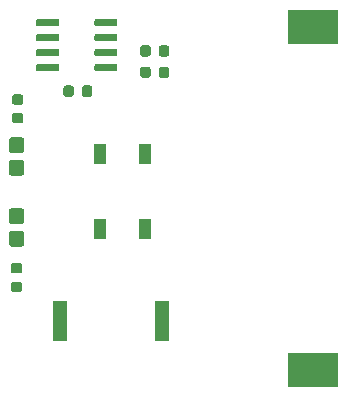
<source format=gbr>
G04 #@! TF.GenerationSoftware,KiCad,Pcbnew,(5.1.4-0-10_14)*
G04 #@! TF.CreationDate,2020-05-18T15:00:38+02:00*
G04 #@! TF.ProjectId,maskmeter,6d61736b-6d65-4746-9572-2e6b69636164,rev?*
G04 #@! TF.SameCoordinates,Original*
G04 #@! TF.FileFunction,Paste,Top*
G04 #@! TF.FilePolarity,Positive*
%FSLAX46Y46*%
G04 Gerber Fmt 4.6, Leading zero omitted, Abs format (unit mm)*
G04 Created by KiCad (PCBNEW (5.1.4-0-10_14)) date 2020-05-18 15:00:38*
%MOMM*%
%LPD*%
G04 APERTURE LIST*
%ADD10R,4.200000X3.000000*%
%ADD11R,1.300000X3.400000*%
%ADD12R,1.000000X1.700000*%
%ADD13C,0.100000*%
%ADD14C,0.875000*%
%ADD15C,1.300000*%
%ADD16C,0.600000*%
G04 APERTURE END LIST*
D10*
X129100000Y-105100000D03*
X129100000Y-76100000D03*
D11*
X116350000Y-101000000D03*
X107650000Y-101000000D03*
D12*
X111100000Y-93150000D03*
X111100000Y-86850000D03*
X114900000Y-93150000D03*
X114900000Y-86850000D03*
D13*
G36*
X110227691Y-81026053D02*
G01*
X110248926Y-81029203D01*
X110269750Y-81034419D01*
X110289962Y-81041651D01*
X110309368Y-81050830D01*
X110327781Y-81061866D01*
X110345024Y-81074654D01*
X110360930Y-81089070D01*
X110375346Y-81104976D01*
X110388134Y-81122219D01*
X110399170Y-81140632D01*
X110408349Y-81160038D01*
X110415581Y-81180250D01*
X110420797Y-81201074D01*
X110423947Y-81222309D01*
X110425000Y-81243750D01*
X110425000Y-81756250D01*
X110423947Y-81777691D01*
X110420797Y-81798926D01*
X110415581Y-81819750D01*
X110408349Y-81839962D01*
X110399170Y-81859368D01*
X110388134Y-81877781D01*
X110375346Y-81895024D01*
X110360930Y-81910930D01*
X110345024Y-81925346D01*
X110327781Y-81938134D01*
X110309368Y-81949170D01*
X110289962Y-81958349D01*
X110269750Y-81965581D01*
X110248926Y-81970797D01*
X110227691Y-81973947D01*
X110206250Y-81975000D01*
X109768750Y-81975000D01*
X109747309Y-81973947D01*
X109726074Y-81970797D01*
X109705250Y-81965581D01*
X109685038Y-81958349D01*
X109665632Y-81949170D01*
X109647219Y-81938134D01*
X109629976Y-81925346D01*
X109614070Y-81910930D01*
X109599654Y-81895024D01*
X109586866Y-81877781D01*
X109575830Y-81859368D01*
X109566651Y-81839962D01*
X109559419Y-81819750D01*
X109554203Y-81798926D01*
X109551053Y-81777691D01*
X109550000Y-81756250D01*
X109550000Y-81243750D01*
X109551053Y-81222309D01*
X109554203Y-81201074D01*
X109559419Y-81180250D01*
X109566651Y-81160038D01*
X109575830Y-81140632D01*
X109586866Y-81122219D01*
X109599654Y-81104976D01*
X109614070Y-81089070D01*
X109629976Y-81074654D01*
X109647219Y-81061866D01*
X109665632Y-81050830D01*
X109685038Y-81041651D01*
X109705250Y-81034419D01*
X109726074Y-81029203D01*
X109747309Y-81026053D01*
X109768750Y-81025000D01*
X110206250Y-81025000D01*
X110227691Y-81026053D01*
X110227691Y-81026053D01*
G37*
D14*
X109987500Y-81500000D03*
D13*
G36*
X108652691Y-81026053D02*
G01*
X108673926Y-81029203D01*
X108694750Y-81034419D01*
X108714962Y-81041651D01*
X108734368Y-81050830D01*
X108752781Y-81061866D01*
X108770024Y-81074654D01*
X108785930Y-81089070D01*
X108800346Y-81104976D01*
X108813134Y-81122219D01*
X108824170Y-81140632D01*
X108833349Y-81160038D01*
X108840581Y-81180250D01*
X108845797Y-81201074D01*
X108848947Y-81222309D01*
X108850000Y-81243750D01*
X108850000Y-81756250D01*
X108848947Y-81777691D01*
X108845797Y-81798926D01*
X108840581Y-81819750D01*
X108833349Y-81839962D01*
X108824170Y-81859368D01*
X108813134Y-81877781D01*
X108800346Y-81895024D01*
X108785930Y-81910930D01*
X108770024Y-81925346D01*
X108752781Y-81938134D01*
X108734368Y-81949170D01*
X108714962Y-81958349D01*
X108694750Y-81965581D01*
X108673926Y-81970797D01*
X108652691Y-81973947D01*
X108631250Y-81975000D01*
X108193750Y-81975000D01*
X108172309Y-81973947D01*
X108151074Y-81970797D01*
X108130250Y-81965581D01*
X108110038Y-81958349D01*
X108090632Y-81949170D01*
X108072219Y-81938134D01*
X108054976Y-81925346D01*
X108039070Y-81910930D01*
X108024654Y-81895024D01*
X108011866Y-81877781D01*
X108000830Y-81859368D01*
X107991651Y-81839962D01*
X107984419Y-81819750D01*
X107979203Y-81798926D01*
X107976053Y-81777691D01*
X107975000Y-81756250D01*
X107975000Y-81243750D01*
X107976053Y-81222309D01*
X107979203Y-81201074D01*
X107984419Y-81180250D01*
X107991651Y-81160038D01*
X108000830Y-81140632D01*
X108011866Y-81122219D01*
X108024654Y-81104976D01*
X108039070Y-81089070D01*
X108054976Y-81074654D01*
X108072219Y-81061866D01*
X108090632Y-81050830D01*
X108110038Y-81041651D01*
X108130250Y-81034419D01*
X108151074Y-81029203D01*
X108172309Y-81026053D01*
X108193750Y-81025000D01*
X108631250Y-81025000D01*
X108652691Y-81026053D01*
X108652691Y-81026053D01*
G37*
D14*
X108412500Y-81500000D03*
D13*
G36*
X104277691Y-97638553D02*
G01*
X104298926Y-97641703D01*
X104319750Y-97646919D01*
X104339962Y-97654151D01*
X104359368Y-97663330D01*
X104377781Y-97674366D01*
X104395024Y-97687154D01*
X104410930Y-97701570D01*
X104425346Y-97717476D01*
X104438134Y-97734719D01*
X104449170Y-97753132D01*
X104458349Y-97772538D01*
X104465581Y-97792750D01*
X104470797Y-97813574D01*
X104473947Y-97834809D01*
X104475000Y-97856250D01*
X104475000Y-98293750D01*
X104473947Y-98315191D01*
X104470797Y-98336426D01*
X104465581Y-98357250D01*
X104458349Y-98377462D01*
X104449170Y-98396868D01*
X104438134Y-98415281D01*
X104425346Y-98432524D01*
X104410930Y-98448430D01*
X104395024Y-98462846D01*
X104377781Y-98475634D01*
X104359368Y-98486670D01*
X104339962Y-98495849D01*
X104319750Y-98503081D01*
X104298926Y-98508297D01*
X104277691Y-98511447D01*
X104256250Y-98512500D01*
X103743750Y-98512500D01*
X103722309Y-98511447D01*
X103701074Y-98508297D01*
X103680250Y-98503081D01*
X103660038Y-98495849D01*
X103640632Y-98486670D01*
X103622219Y-98475634D01*
X103604976Y-98462846D01*
X103589070Y-98448430D01*
X103574654Y-98432524D01*
X103561866Y-98415281D01*
X103550830Y-98396868D01*
X103541651Y-98377462D01*
X103534419Y-98357250D01*
X103529203Y-98336426D01*
X103526053Y-98315191D01*
X103525000Y-98293750D01*
X103525000Y-97856250D01*
X103526053Y-97834809D01*
X103529203Y-97813574D01*
X103534419Y-97792750D01*
X103541651Y-97772538D01*
X103550830Y-97753132D01*
X103561866Y-97734719D01*
X103574654Y-97717476D01*
X103589070Y-97701570D01*
X103604976Y-97687154D01*
X103622219Y-97674366D01*
X103640632Y-97663330D01*
X103660038Y-97654151D01*
X103680250Y-97646919D01*
X103701074Y-97641703D01*
X103722309Y-97638553D01*
X103743750Y-97637500D01*
X104256250Y-97637500D01*
X104277691Y-97638553D01*
X104277691Y-97638553D01*
G37*
D14*
X104000000Y-98075000D03*
D13*
G36*
X104277691Y-96063553D02*
G01*
X104298926Y-96066703D01*
X104319750Y-96071919D01*
X104339962Y-96079151D01*
X104359368Y-96088330D01*
X104377781Y-96099366D01*
X104395024Y-96112154D01*
X104410930Y-96126570D01*
X104425346Y-96142476D01*
X104438134Y-96159719D01*
X104449170Y-96178132D01*
X104458349Y-96197538D01*
X104465581Y-96217750D01*
X104470797Y-96238574D01*
X104473947Y-96259809D01*
X104475000Y-96281250D01*
X104475000Y-96718750D01*
X104473947Y-96740191D01*
X104470797Y-96761426D01*
X104465581Y-96782250D01*
X104458349Y-96802462D01*
X104449170Y-96821868D01*
X104438134Y-96840281D01*
X104425346Y-96857524D01*
X104410930Y-96873430D01*
X104395024Y-96887846D01*
X104377781Y-96900634D01*
X104359368Y-96911670D01*
X104339962Y-96920849D01*
X104319750Y-96928081D01*
X104298926Y-96933297D01*
X104277691Y-96936447D01*
X104256250Y-96937500D01*
X103743750Y-96937500D01*
X103722309Y-96936447D01*
X103701074Y-96933297D01*
X103680250Y-96928081D01*
X103660038Y-96920849D01*
X103640632Y-96911670D01*
X103622219Y-96900634D01*
X103604976Y-96887846D01*
X103589070Y-96873430D01*
X103574654Y-96857524D01*
X103561866Y-96840281D01*
X103550830Y-96821868D01*
X103541651Y-96802462D01*
X103534419Y-96782250D01*
X103529203Y-96761426D01*
X103526053Y-96740191D01*
X103525000Y-96718750D01*
X103525000Y-96281250D01*
X103526053Y-96259809D01*
X103529203Y-96238574D01*
X103534419Y-96217750D01*
X103541651Y-96197538D01*
X103550830Y-96178132D01*
X103561866Y-96159719D01*
X103574654Y-96142476D01*
X103589070Y-96126570D01*
X103604976Y-96112154D01*
X103622219Y-96099366D01*
X103640632Y-96088330D01*
X103660038Y-96079151D01*
X103680250Y-96071919D01*
X103701074Y-96066703D01*
X103722309Y-96063553D01*
X103743750Y-96062500D01*
X104256250Y-96062500D01*
X104277691Y-96063553D01*
X104277691Y-96063553D01*
G37*
D14*
X104000000Y-96500000D03*
D13*
G36*
X104377691Y-81776053D02*
G01*
X104398926Y-81779203D01*
X104419750Y-81784419D01*
X104439962Y-81791651D01*
X104459368Y-81800830D01*
X104477781Y-81811866D01*
X104495024Y-81824654D01*
X104510930Y-81839070D01*
X104525346Y-81854976D01*
X104538134Y-81872219D01*
X104549170Y-81890632D01*
X104558349Y-81910038D01*
X104565581Y-81930250D01*
X104570797Y-81951074D01*
X104573947Y-81972309D01*
X104575000Y-81993750D01*
X104575000Y-82431250D01*
X104573947Y-82452691D01*
X104570797Y-82473926D01*
X104565581Y-82494750D01*
X104558349Y-82514962D01*
X104549170Y-82534368D01*
X104538134Y-82552781D01*
X104525346Y-82570024D01*
X104510930Y-82585930D01*
X104495024Y-82600346D01*
X104477781Y-82613134D01*
X104459368Y-82624170D01*
X104439962Y-82633349D01*
X104419750Y-82640581D01*
X104398926Y-82645797D01*
X104377691Y-82648947D01*
X104356250Y-82650000D01*
X103843750Y-82650000D01*
X103822309Y-82648947D01*
X103801074Y-82645797D01*
X103780250Y-82640581D01*
X103760038Y-82633349D01*
X103740632Y-82624170D01*
X103722219Y-82613134D01*
X103704976Y-82600346D01*
X103689070Y-82585930D01*
X103674654Y-82570024D01*
X103661866Y-82552781D01*
X103650830Y-82534368D01*
X103641651Y-82514962D01*
X103634419Y-82494750D01*
X103629203Y-82473926D01*
X103626053Y-82452691D01*
X103625000Y-82431250D01*
X103625000Y-81993750D01*
X103626053Y-81972309D01*
X103629203Y-81951074D01*
X103634419Y-81930250D01*
X103641651Y-81910038D01*
X103650830Y-81890632D01*
X103661866Y-81872219D01*
X103674654Y-81854976D01*
X103689070Y-81839070D01*
X103704976Y-81824654D01*
X103722219Y-81811866D01*
X103740632Y-81800830D01*
X103760038Y-81791651D01*
X103780250Y-81784419D01*
X103801074Y-81779203D01*
X103822309Y-81776053D01*
X103843750Y-81775000D01*
X104356250Y-81775000D01*
X104377691Y-81776053D01*
X104377691Y-81776053D01*
G37*
D14*
X104100000Y-82212500D03*
D13*
G36*
X104377691Y-83351053D02*
G01*
X104398926Y-83354203D01*
X104419750Y-83359419D01*
X104439962Y-83366651D01*
X104459368Y-83375830D01*
X104477781Y-83386866D01*
X104495024Y-83399654D01*
X104510930Y-83414070D01*
X104525346Y-83429976D01*
X104538134Y-83447219D01*
X104549170Y-83465632D01*
X104558349Y-83485038D01*
X104565581Y-83505250D01*
X104570797Y-83526074D01*
X104573947Y-83547309D01*
X104575000Y-83568750D01*
X104575000Y-84006250D01*
X104573947Y-84027691D01*
X104570797Y-84048926D01*
X104565581Y-84069750D01*
X104558349Y-84089962D01*
X104549170Y-84109368D01*
X104538134Y-84127781D01*
X104525346Y-84145024D01*
X104510930Y-84160930D01*
X104495024Y-84175346D01*
X104477781Y-84188134D01*
X104459368Y-84199170D01*
X104439962Y-84208349D01*
X104419750Y-84215581D01*
X104398926Y-84220797D01*
X104377691Y-84223947D01*
X104356250Y-84225000D01*
X103843750Y-84225000D01*
X103822309Y-84223947D01*
X103801074Y-84220797D01*
X103780250Y-84215581D01*
X103760038Y-84208349D01*
X103740632Y-84199170D01*
X103722219Y-84188134D01*
X103704976Y-84175346D01*
X103689070Y-84160930D01*
X103674654Y-84145024D01*
X103661866Y-84127781D01*
X103650830Y-84109368D01*
X103641651Y-84089962D01*
X103634419Y-84069750D01*
X103629203Y-84048926D01*
X103626053Y-84027691D01*
X103625000Y-84006250D01*
X103625000Y-83568750D01*
X103626053Y-83547309D01*
X103629203Y-83526074D01*
X103634419Y-83505250D01*
X103641651Y-83485038D01*
X103650830Y-83465632D01*
X103661866Y-83447219D01*
X103674654Y-83429976D01*
X103689070Y-83414070D01*
X103704976Y-83399654D01*
X103722219Y-83386866D01*
X103740632Y-83375830D01*
X103760038Y-83366651D01*
X103780250Y-83359419D01*
X103801074Y-83354203D01*
X103822309Y-83351053D01*
X103843750Y-83350000D01*
X104356250Y-83350000D01*
X104377691Y-83351053D01*
X104377691Y-83351053D01*
G37*
D14*
X104100000Y-83787500D03*
D13*
G36*
X104424504Y-93338704D02*
G01*
X104448773Y-93342304D01*
X104472571Y-93348265D01*
X104495671Y-93356530D01*
X104517849Y-93367020D01*
X104538893Y-93379633D01*
X104558598Y-93394247D01*
X104576777Y-93410723D01*
X104593253Y-93428902D01*
X104607867Y-93448607D01*
X104620480Y-93469651D01*
X104630970Y-93491829D01*
X104639235Y-93514929D01*
X104645196Y-93538727D01*
X104648796Y-93562996D01*
X104650000Y-93587500D01*
X104650000Y-94412500D01*
X104648796Y-94437004D01*
X104645196Y-94461273D01*
X104639235Y-94485071D01*
X104630970Y-94508171D01*
X104620480Y-94530349D01*
X104607867Y-94551393D01*
X104593253Y-94571098D01*
X104576777Y-94589277D01*
X104558598Y-94605753D01*
X104538893Y-94620367D01*
X104517849Y-94632980D01*
X104495671Y-94643470D01*
X104472571Y-94651735D01*
X104448773Y-94657696D01*
X104424504Y-94661296D01*
X104400000Y-94662500D01*
X103600000Y-94662500D01*
X103575496Y-94661296D01*
X103551227Y-94657696D01*
X103527429Y-94651735D01*
X103504329Y-94643470D01*
X103482151Y-94632980D01*
X103461107Y-94620367D01*
X103441402Y-94605753D01*
X103423223Y-94589277D01*
X103406747Y-94571098D01*
X103392133Y-94551393D01*
X103379520Y-94530349D01*
X103369030Y-94508171D01*
X103360765Y-94485071D01*
X103354804Y-94461273D01*
X103351204Y-94437004D01*
X103350000Y-94412500D01*
X103350000Y-93587500D01*
X103351204Y-93562996D01*
X103354804Y-93538727D01*
X103360765Y-93514929D01*
X103369030Y-93491829D01*
X103379520Y-93469651D01*
X103392133Y-93448607D01*
X103406747Y-93428902D01*
X103423223Y-93410723D01*
X103441402Y-93394247D01*
X103461107Y-93379633D01*
X103482151Y-93367020D01*
X103504329Y-93356530D01*
X103527429Y-93348265D01*
X103551227Y-93342304D01*
X103575496Y-93338704D01*
X103600000Y-93337500D01*
X104400000Y-93337500D01*
X104424504Y-93338704D01*
X104424504Y-93338704D01*
G37*
D15*
X104000000Y-94000000D03*
D13*
G36*
X104424504Y-91413704D02*
G01*
X104448773Y-91417304D01*
X104472571Y-91423265D01*
X104495671Y-91431530D01*
X104517849Y-91442020D01*
X104538893Y-91454633D01*
X104558598Y-91469247D01*
X104576777Y-91485723D01*
X104593253Y-91503902D01*
X104607867Y-91523607D01*
X104620480Y-91544651D01*
X104630970Y-91566829D01*
X104639235Y-91589929D01*
X104645196Y-91613727D01*
X104648796Y-91637996D01*
X104650000Y-91662500D01*
X104650000Y-92487500D01*
X104648796Y-92512004D01*
X104645196Y-92536273D01*
X104639235Y-92560071D01*
X104630970Y-92583171D01*
X104620480Y-92605349D01*
X104607867Y-92626393D01*
X104593253Y-92646098D01*
X104576777Y-92664277D01*
X104558598Y-92680753D01*
X104538893Y-92695367D01*
X104517849Y-92707980D01*
X104495671Y-92718470D01*
X104472571Y-92726735D01*
X104448773Y-92732696D01*
X104424504Y-92736296D01*
X104400000Y-92737500D01*
X103600000Y-92737500D01*
X103575496Y-92736296D01*
X103551227Y-92732696D01*
X103527429Y-92726735D01*
X103504329Y-92718470D01*
X103482151Y-92707980D01*
X103461107Y-92695367D01*
X103441402Y-92680753D01*
X103423223Y-92664277D01*
X103406747Y-92646098D01*
X103392133Y-92626393D01*
X103379520Y-92605349D01*
X103369030Y-92583171D01*
X103360765Y-92560071D01*
X103354804Y-92536273D01*
X103351204Y-92512004D01*
X103350000Y-92487500D01*
X103350000Y-91662500D01*
X103351204Y-91637996D01*
X103354804Y-91613727D01*
X103360765Y-91589929D01*
X103369030Y-91566829D01*
X103379520Y-91544651D01*
X103392133Y-91523607D01*
X103406747Y-91503902D01*
X103423223Y-91485723D01*
X103441402Y-91469247D01*
X103461107Y-91454633D01*
X103482151Y-91442020D01*
X103504329Y-91431530D01*
X103527429Y-91423265D01*
X103551227Y-91417304D01*
X103575496Y-91413704D01*
X103600000Y-91412500D01*
X104400000Y-91412500D01*
X104424504Y-91413704D01*
X104424504Y-91413704D01*
G37*
D15*
X104000000Y-92075000D03*
D13*
G36*
X104424504Y-87338704D02*
G01*
X104448773Y-87342304D01*
X104472571Y-87348265D01*
X104495671Y-87356530D01*
X104517849Y-87367020D01*
X104538893Y-87379633D01*
X104558598Y-87394247D01*
X104576777Y-87410723D01*
X104593253Y-87428902D01*
X104607867Y-87448607D01*
X104620480Y-87469651D01*
X104630970Y-87491829D01*
X104639235Y-87514929D01*
X104645196Y-87538727D01*
X104648796Y-87562996D01*
X104650000Y-87587500D01*
X104650000Y-88412500D01*
X104648796Y-88437004D01*
X104645196Y-88461273D01*
X104639235Y-88485071D01*
X104630970Y-88508171D01*
X104620480Y-88530349D01*
X104607867Y-88551393D01*
X104593253Y-88571098D01*
X104576777Y-88589277D01*
X104558598Y-88605753D01*
X104538893Y-88620367D01*
X104517849Y-88632980D01*
X104495671Y-88643470D01*
X104472571Y-88651735D01*
X104448773Y-88657696D01*
X104424504Y-88661296D01*
X104400000Y-88662500D01*
X103600000Y-88662500D01*
X103575496Y-88661296D01*
X103551227Y-88657696D01*
X103527429Y-88651735D01*
X103504329Y-88643470D01*
X103482151Y-88632980D01*
X103461107Y-88620367D01*
X103441402Y-88605753D01*
X103423223Y-88589277D01*
X103406747Y-88571098D01*
X103392133Y-88551393D01*
X103379520Y-88530349D01*
X103369030Y-88508171D01*
X103360765Y-88485071D01*
X103354804Y-88461273D01*
X103351204Y-88437004D01*
X103350000Y-88412500D01*
X103350000Y-87587500D01*
X103351204Y-87562996D01*
X103354804Y-87538727D01*
X103360765Y-87514929D01*
X103369030Y-87491829D01*
X103379520Y-87469651D01*
X103392133Y-87448607D01*
X103406747Y-87428902D01*
X103423223Y-87410723D01*
X103441402Y-87394247D01*
X103461107Y-87379633D01*
X103482151Y-87367020D01*
X103504329Y-87356530D01*
X103527429Y-87348265D01*
X103551227Y-87342304D01*
X103575496Y-87338704D01*
X103600000Y-87337500D01*
X104400000Y-87337500D01*
X104424504Y-87338704D01*
X104424504Y-87338704D01*
G37*
D15*
X104000000Y-88000000D03*
D13*
G36*
X104424504Y-85413704D02*
G01*
X104448773Y-85417304D01*
X104472571Y-85423265D01*
X104495671Y-85431530D01*
X104517849Y-85442020D01*
X104538893Y-85454633D01*
X104558598Y-85469247D01*
X104576777Y-85485723D01*
X104593253Y-85503902D01*
X104607867Y-85523607D01*
X104620480Y-85544651D01*
X104630970Y-85566829D01*
X104639235Y-85589929D01*
X104645196Y-85613727D01*
X104648796Y-85637996D01*
X104650000Y-85662500D01*
X104650000Y-86487500D01*
X104648796Y-86512004D01*
X104645196Y-86536273D01*
X104639235Y-86560071D01*
X104630970Y-86583171D01*
X104620480Y-86605349D01*
X104607867Y-86626393D01*
X104593253Y-86646098D01*
X104576777Y-86664277D01*
X104558598Y-86680753D01*
X104538893Y-86695367D01*
X104517849Y-86707980D01*
X104495671Y-86718470D01*
X104472571Y-86726735D01*
X104448773Y-86732696D01*
X104424504Y-86736296D01*
X104400000Y-86737500D01*
X103600000Y-86737500D01*
X103575496Y-86736296D01*
X103551227Y-86732696D01*
X103527429Y-86726735D01*
X103504329Y-86718470D01*
X103482151Y-86707980D01*
X103461107Y-86695367D01*
X103441402Y-86680753D01*
X103423223Y-86664277D01*
X103406747Y-86646098D01*
X103392133Y-86626393D01*
X103379520Y-86605349D01*
X103369030Y-86583171D01*
X103360765Y-86560071D01*
X103354804Y-86536273D01*
X103351204Y-86512004D01*
X103350000Y-86487500D01*
X103350000Y-85662500D01*
X103351204Y-85637996D01*
X103354804Y-85613727D01*
X103360765Y-85589929D01*
X103369030Y-85566829D01*
X103379520Y-85544651D01*
X103392133Y-85523607D01*
X103406747Y-85503902D01*
X103423223Y-85485723D01*
X103441402Y-85469247D01*
X103461107Y-85454633D01*
X103482151Y-85442020D01*
X103504329Y-85431530D01*
X103527429Y-85423265D01*
X103551227Y-85417304D01*
X103575496Y-85413704D01*
X103600000Y-85412500D01*
X104400000Y-85412500D01*
X104424504Y-85413704D01*
X104424504Y-85413704D01*
G37*
D15*
X104000000Y-86075000D03*
D13*
G36*
X116727691Y-79426053D02*
G01*
X116748926Y-79429203D01*
X116769750Y-79434419D01*
X116789962Y-79441651D01*
X116809368Y-79450830D01*
X116827781Y-79461866D01*
X116845024Y-79474654D01*
X116860930Y-79489070D01*
X116875346Y-79504976D01*
X116888134Y-79522219D01*
X116899170Y-79540632D01*
X116908349Y-79560038D01*
X116915581Y-79580250D01*
X116920797Y-79601074D01*
X116923947Y-79622309D01*
X116925000Y-79643750D01*
X116925000Y-80156250D01*
X116923947Y-80177691D01*
X116920797Y-80198926D01*
X116915581Y-80219750D01*
X116908349Y-80239962D01*
X116899170Y-80259368D01*
X116888134Y-80277781D01*
X116875346Y-80295024D01*
X116860930Y-80310930D01*
X116845024Y-80325346D01*
X116827781Y-80338134D01*
X116809368Y-80349170D01*
X116789962Y-80358349D01*
X116769750Y-80365581D01*
X116748926Y-80370797D01*
X116727691Y-80373947D01*
X116706250Y-80375000D01*
X116268750Y-80375000D01*
X116247309Y-80373947D01*
X116226074Y-80370797D01*
X116205250Y-80365581D01*
X116185038Y-80358349D01*
X116165632Y-80349170D01*
X116147219Y-80338134D01*
X116129976Y-80325346D01*
X116114070Y-80310930D01*
X116099654Y-80295024D01*
X116086866Y-80277781D01*
X116075830Y-80259368D01*
X116066651Y-80239962D01*
X116059419Y-80219750D01*
X116054203Y-80198926D01*
X116051053Y-80177691D01*
X116050000Y-80156250D01*
X116050000Y-79643750D01*
X116051053Y-79622309D01*
X116054203Y-79601074D01*
X116059419Y-79580250D01*
X116066651Y-79560038D01*
X116075830Y-79540632D01*
X116086866Y-79522219D01*
X116099654Y-79504976D01*
X116114070Y-79489070D01*
X116129976Y-79474654D01*
X116147219Y-79461866D01*
X116165632Y-79450830D01*
X116185038Y-79441651D01*
X116205250Y-79434419D01*
X116226074Y-79429203D01*
X116247309Y-79426053D01*
X116268750Y-79425000D01*
X116706250Y-79425000D01*
X116727691Y-79426053D01*
X116727691Y-79426053D01*
G37*
D14*
X116487500Y-79900000D03*
D13*
G36*
X115152691Y-79426053D02*
G01*
X115173926Y-79429203D01*
X115194750Y-79434419D01*
X115214962Y-79441651D01*
X115234368Y-79450830D01*
X115252781Y-79461866D01*
X115270024Y-79474654D01*
X115285930Y-79489070D01*
X115300346Y-79504976D01*
X115313134Y-79522219D01*
X115324170Y-79540632D01*
X115333349Y-79560038D01*
X115340581Y-79580250D01*
X115345797Y-79601074D01*
X115348947Y-79622309D01*
X115350000Y-79643750D01*
X115350000Y-80156250D01*
X115348947Y-80177691D01*
X115345797Y-80198926D01*
X115340581Y-80219750D01*
X115333349Y-80239962D01*
X115324170Y-80259368D01*
X115313134Y-80277781D01*
X115300346Y-80295024D01*
X115285930Y-80310930D01*
X115270024Y-80325346D01*
X115252781Y-80338134D01*
X115234368Y-80349170D01*
X115214962Y-80358349D01*
X115194750Y-80365581D01*
X115173926Y-80370797D01*
X115152691Y-80373947D01*
X115131250Y-80375000D01*
X114693750Y-80375000D01*
X114672309Y-80373947D01*
X114651074Y-80370797D01*
X114630250Y-80365581D01*
X114610038Y-80358349D01*
X114590632Y-80349170D01*
X114572219Y-80338134D01*
X114554976Y-80325346D01*
X114539070Y-80310930D01*
X114524654Y-80295024D01*
X114511866Y-80277781D01*
X114500830Y-80259368D01*
X114491651Y-80239962D01*
X114484419Y-80219750D01*
X114479203Y-80198926D01*
X114476053Y-80177691D01*
X114475000Y-80156250D01*
X114475000Y-79643750D01*
X114476053Y-79622309D01*
X114479203Y-79601074D01*
X114484419Y-79580250D01*
X114491651Y-79560038D01*
X114500830Y-79540632D01*
X114511866Y-79522219D01*
X114524654Y-79504976D01*
X114539070Y-79489070D01*
X114554976Y-79474654D01*
X114572219Y-79461866D01*
X114590632Y-79450830D01*
X114610038Y-79441651D01*
X114630250Y-79434419D01*
X114651074Y-79429203D01*
X114672309Y-79426053D01*
X114693750Y-79425000D01*
X115131250Y-79425000D01*
X115152691Y-79426053D01*
X115152691Y-79426053D01*
G37*
D14*
X114912500Y-79900000D03*
D13*
G36*
X115152691Y-77626053D02*
G01*
X115173926Y-77629203D01*
X115194750Y-77634419D01*
X115214962Y-77641651D01*
X115234368Y-77650830D01*
X115252781Y-77661866D01*
X115270024Y-77674654D01*
X115285930Y-77689070D01*
X115300346Y-77704976D01*
X115313134Y-77722219D01*
X115324170Y-77740632D01*
X115333349Y-77760038D01*
X115340581Y-77780250D01*
X115345797Y-77801074D01*
X115348947Y-77822309D01*
X115350000Y-77843750D01*
X115350000Y-78356250D01*
X115348947Y-78377691D01*
X115345797Y-78398926D01*
X115340581Y-78419750D01*
X115333349Y-78439962D01*
X115324170Y-78459368D01*
X115313134Y-78477781D01*
X115300346Y-78495024D01*
X115285930Y-78510930D01*
X115270024Y-78525346D01*
X115252781Y-78538134D01*
X115234368Y-78549170D01*
X115214962Y-78558349D01*
X115194750Y-78565581D01*
X115173926Y-78570797D01*
X115152691Y-78573947D01*
X115131250Y-78575000D01*
X114693750Y-78575000D01*
X114672309Y-78573947D01*
X114651074Y-78570797D01*
X114630250Y-78565581D01*
X114610038Y-78558349D01*
X114590632Y-78549170D01*
X114572219Y-78538134D01*
X114554976Y-78525346D01*
X114539070Y-78510930D01*
X114524654Y-78495024D01*
X114511866Y-78477781D01*
X114500830Y-78459368D01*
X114491651Y-78439962D01*
X114484419Y-78419750D01*
X114479203Y-78398926D01*
X114476053Y-78377691D01*
X114475000Y-78356250D01*
X114475000Y-77843750D01*
X114476053Y-77822309D01*
X114479203Y-77801074D01*
X114484419Y-77780250D01*
X114491651Y-77760038D01*
X114500830Y-77740632D01*
X114511866Y-77722219D01*
X114524654Y-77704976D01*
X114539070Y-77689070D01*
X114554976Y-77674654D01*
X114572219Y-77661866D01*
X114590632Y-77650830D01*
X114610038Y-77641651D01*
X114630250Y-77634419D01*
X114651074Y-77629203D01*
X114672309Y-77626053D01*
X114693750Y-77625000D01*
X115131250Y-77625000D01*
X115152691Y-77626053D01*
X115152691Y-77626053D01*
G37*
D14*
X114912500Y-78100000D03*
D13*
G36*
X116727691Y-77626053D02*
G01*
X116748926Y-77629203D01*
X116769750Y-77634419D01*
X116789962Y-77641651D01*
X116809368Y-77650830D01*
X116827781Y-77661866D01*
X116845024Y-77674654D01*
X116860930Y-77689070D01*
X116875346Y-77704976D01*
X116888134Y-77722219D01*
X116899170Y-77740632D01*
X116908349Y-77760038D01*
X116915581Y-77780250D01*
X116920797Y-77801074D01*
X116923947Y-77822309D01*
X116925000Y-77843750D01*
X116925000Y-78356250D01*
X116923947Y-78377691D01*
X116920797Y-78398926D01*
X116915581Y-78419750D01*
X116908349Y-78439962D01*
X116899170Y-78459368D01*
X116888134Y-78477781D01*
X116875346Y-78495024D01*
X116860930Y-78510930D01*
X116845024Y-78525346D01*
X116827781Y-78538134D01*
X116809368Y-78549170D01*
X116789962Y-78558349D01*
X116769750Y-78565581D01*
X116748926Y-78570797D01*
X116727691Y-78573947D01*
X116706250Y-78575000D01*
X116268750Y-78575000D01*
X116247309Y-78573947D01*
X116226074Y-78570797D01*
X116205250Y-78565581D01*
X116185038Y-78558349D01*
X116165632Y-78549170D01*
X116147219Y-78538134D01*
X116129976Y-78525346D01*
X116114070Y-78510930D01*
X116099654Y-78495024D01*
X116086866Y-78477781D01*
X116075830Y-78459368D01*
X116066651Y-78439962D01*
X116059419Y-78419750D01*
X116054203Y-78398926D01*
X116051053Y-78377691D01*
X116050000Y-78356250D01*
X116050000Y-77843750D01*
X116051053Y-77822309D01*
X116054203Y-77801074D01*
X116059419Y-77780250D01*
X116066651Y-77760038D01*
X116075830Y-77740632D01*
X116086866Y-77722219D01*
X116099654Y-77704976D01*
X116114070Y-77689070D01*
X116129976Y-77674654D01*
X116147219Y-77661866D01*
X116165632Y-77650830D01*
X116185038Y-77641651D01*
X116205250Y-77634419D01*
X116226074Y-77629203D01*
X116247309Y-77626053D01*
X116268750Y-77625000D01*
X116706250Y-77625000D01*
X116727691Y-77626053D01*
X116727691Y-77626053D01*
G37*
D14*
X116487500Y-78100000D03*
D13*
G36*
X112414703Y-75395722D02*
G01*
X112429264Y-75397882D01*
X112443543Y-75401459D01*
X112457403Y-75406418D01*
X112470710Y-75412712D01*
X112483336Y-75420280D01*
X112495159Y-75429048D01*
X112506066Y-75438934D01*
X112515952Y-75449841D01*
X112524720Y-75461664D01*
X112532288Y-75474290D01*
X112538582Y-75487597D01*
X112543541Y-75501457D01*
X112547118Y-75515736D01*
X112549278Y-75530297D01*
X112550000Y-75545000D01*
X112550000Y-75845000D01*
X112549278Y-75859703D01*
X112547118Y-75874264D01*
X112543541Y-75888543D01*
X112538582Y-75902403D01*
X112532288Y-75915710D01*
X112524720Y-75928336D01*
X112515952Y-75940159D01*
X112506066Y-75951066D01*
X112495159Y-75960952D01*
X112483336Y-75969720D01*
X112470710Y-75977288D01*
X112457403Y-75983582D01*
X112443543Y-75988541D01*
X112429264Y-75992118D01*
X112414703Y-75994278D01*
X112400000Y-75995000D01*
X110750000Y-75995000D01*
X110735297Y-75994278D01*
X110720736Y-75992118D01*
X110706457Y-75988541D01*
X110692597Y-75983582D01*
X110679290Y-75977288D01*
X110666664Y-75969720D01*
X110654841Y-75960952D01*
X110643934Y-75951066D01*
X110634048Y-75940159D01*
X110625280Y-75928336D01*
X110617712Y-75915710D01*
X110611418Y-75902403D01*
X110606459Y-75888543D01*
X110602882Y-75874264D01*
X110600722Y-75859703D01*
X110600000Y-75845000D01*
X110600000Y-75545000D01*
X110600722Y-75530297D01*
X110602882Y-75515736D01*
X110606459Y-75501457D01*
X110611418Y-75487597D01*
X110617712Y-75474290D01*
X110625280Y-75461664D01*
X110634048Y-75449841D01*
X110643934Y-75438934D01*
X110654841Y-75429048D01*
X110666664Y-75420280D01*
X110679290Y-75412712D01*
X110692597Y-75406418D01*
X110706457Y-75401459D01*
X110720736Y-75397882D01*
X110735297Y-75395722D01*
X110750000Y-75395000D01*
X112400000Y-75395000D01*
X112414703Y-75395722D01*
X112414703Y-75395722D01*
G37*
D16*
X111575000Y-75695000D03*
D13*
G36*
X112414703Y-76665722D02*
G01*
X112429264Y-76667882D01*
X112443543Y-76671459D01*
X112457403Y-76676418D01*
X112470710Y-76682712D01*
X112483336Y-76690280D01*
X112495159Y-76699048D01*
X112506066Y-76708934D01*
X112515952Y-76719841D01*
X112524720Y-76731664D01*
X112532288Y-76744290D01*
X112538582Y-76757597D01*
X112543541Y-76771457D01*
X112547118Y-76785736D01*
X112549278Y-76800297D01*
X112550000Y-76815000D01*
X112550000Y-77115000D01*
X112549278Y-77129703D01*
X112547118Y-77144264D01*
X112543541Y-77158543D01*
X112538582Y-77172403D01*
X112532288Y-77185710D01*
X112524720Y-77198336D01*
X112515952Y-77210159D01*
X112506066Y-77221066D01*
X112495159Y-77230952D01*
X112483336Y-77239720D01*
X112470710Y-77247288D01*
X112457403Y-77253582D01*
X112443543Y-77258541D01*
X112429264Y-77262118D01*
X112414703Y-77264278D01*
X112400000Y-77265000D01*
X110750000Y-77265000D01*
X110735297Y-77264278D01*
X110720736Y-77262118D01*
X110706457Y-77258541D01*
X110692597Y-77253582D01*
X110679290Y-77247288D01*
X110666664Y-77239720D01*
X110654841Y-77230952D01*
X110643934Y-77221066D01*
X110634048Y-77210159D01*
X110625280Y-77198336D01*
X110617712Y-77185710D01*
X110611418Y-77172403D01*
X110606459Y-77158543D01*
X110602882Y-77144264D01*
X110600722Y-77129703D01*
X110600000Y-77115000D01*
X110600000Y-76815000D01*
X110600722Y-76800297D01*
X110602882Y-76785736D01*
X110606459Y-76771457D01*
X110611418Y-76757597D01*
X110617712Y-76744290D01*
X110625280Y-76731664D01*
X110634048Y-76719841D01*
X110643934Y-76708934D01*
X110654841Y-76699048D01*
X110666664Y-76690280D01*
X110679290Y-76682712D01*
X110692597Y-76676418D01*
X110706457Y-76671459D01*
X110720736Y-76667882D01*
X110735297Y-76665722D01*
X110750000Y-76665000D01*
X112400000Y-76665000D01*
X112414703Y-76665722D01*
X112414703Y-76665722D01*
G37*
D16*
X111575000Y-76965000D03*
D13*
G36*
X112414703Y-77935722D02*
G01*
X112429264Y-77937882D01*
X112443543Y-77941459D01*
X112457403Y-77946418D01*
X112470710Y-77952712D01*
X112483336Y-77960280D01*
X112495159Y-77969048D01*
X112506066Y-77978934D01*
X112515952Y-77989841D01*
X112524720Y-78001664D01*
X112532288Y-78014290D01*
X112538582Y-78027597D01*
X112543541Y-78041457D01*
X112547118Y-78055736D01*
X112549278Y-78070297D01*
X112550000Y-78085000D01*
X112550000Y-78385000D01*
X112549278Y-78399703D01*
X112547118Y-78414264D01*
X112543541Y-78428543D01*
X112538582Y-78442403D01*
X112532288Y-78455710D01*
X112524720Y-78468336D01*
X112515952Y-78480159D01*
X112506066Y-78491066D01*
X112495159Y-78500952D01*
X112483336Y-78509720D01*
X112470710Y-78517288D01*
X112457403Y-78523582D01*
X112443543Y-78528541D01*
X112429264Y-78532118D01*
X112414703Y-78534278D01*
X112400000Y-78535000D01*
X110750000Y-78535000D01*
X110735297Y-78534278D01*
X110720736Y-78532118D01*
X110706457Y-78528541D01*
X110692597Y-78523582D01*
X110679290Y-78517288D01*
X110666664Y-78509720D01*
X110654841Y-78500952D01*
X110643934Y-78491066D01*
X110634048Y-78480159D01*
X110625280Y-78468336D01*
X110617712Y-78455710D01*
X110611418Y-78442403D01*
X110606459Y-78428543D01*
X110602882Y-78414264D01*
X110600722Y-78399703D01*
X110600000Y-78385000D01*
X110600000Y-78085000D01*
X110600722Y-78070297D01*
X110602882Y-78055736D01*
X110606459Y-78041457D01*
X110611418Y-78027597D01*
X110617712Y-78014290D01*
X110625280Y-78001664D01*
X110634048Y-77989841D01*
X110643934Y-77978934D01*
X110654841Y-77969048D01*
X110666664Y-77960280D01*
X110679290Y-77952712D01*
X110692597Y-77946418D01*
X110706457Y-77941459D01*
X110720736Y-77937882D01*
X110735297Y-77935722D01*
X110750000Y-77935000D01*
X112400000Y-77935000D01*
X112414703Y-77935722D01*
X112414703Y-77935722D01*
G37*
D16*
X111575000Y-78235000D03*
D13*
G36*
X112414703Y-79205722D02*
G01*
X112429264Y-79207882D01*
X112443543Y-79211459D01*
X112457403Y-79216418D01*
X112470710Y-79222712D01*
X112483336Y-79230280D01*
X112495159Y-79239048D01*
X112506066Y-79248934D01*
X112515952Y-79259841D01*
X112524720Y-79271664D01*
X112532288Y-79284290D01*
X112538582Y-79297597D01*
X112543541Y-79311457D01*
X112547118Y-79325736D01*
X112549278Y-79340297D01*
X112550000Y-79355000D01*
X112550000Y-79655000D01*
X112549278Y-79669703D01*
X112547118Y-79684264D01*
X112543541Y-79698543D01*
X112538582Y-79712403D01*
X112532288Y-79725710D01*
X112524720Y-79738336D01*
X112515952Y-79750159D01*
X112506066Y-79761066D01*
X112495159Y-79770952D01*
X112483336Y-79779720D01*
X112470710Y-79787288D01*
X112457403Y-79793582D01*
X112443543Y-79798541D01*
X112429264Y-79802118D01*
X112414703Y-79804278D01*
X112400000Y-79805000D01*
X110750000Y-79805000D01*
X110735297Y-79804278D01*
X110720736Y-79802118D01*
X110706457Y-79798541D01*
X110692597Y-79793582D01*
X110679290Y-79787288D01*
X110666664Y-79779720D01*
X110654841Y-79770952D01*
X110643934Y-79761066D01*
X110634048Y-79750159D01*
X110625280Y-79738336D01*
X110617712Y-79725710D01*
X110611418Y-79712403D01*
X110606459Y-79698543D01*
X110602882Y-79684264D01*
X110600722Y-79669703D01*
X110600000Y-79655000D01*
X110600000Y-79355000D01*
X110600722Y-79340297D01*
X110602882Y-79325736D01*
X110606459Y-79311457D01*
X110611418Y-79297597D01*
X110617712Y-79284290D01*
X110625280Y-79271664D01*
X110634048Y-79259841D01*
X110643934Y-79248934D01*
X110654841Y-79239048D01*
X110666664Y-79230280D01*
X110679290Y-79222712D01*
X110692597Y-79216418D01*
X110706457Y-79211459D01*
X110720736Y-79207882D01*
X110735297Y-79205722D01*
X110750000Y-79205000D01*
X112400000Y-79205000D01*
X112414703Y-79205722D01*
X112414703Y-79205722D01*
G37*
D16*
X111575000Y-79505000D03*
D13*
G36*
X107464703Y-79205722D02*
G01*
X107479264Y-79207882D01*
X107493543Y-79211459D01*
X107507403Y-79216418D01*
X107520710Y-79222712D01*
X107533336Y-79230280D01*
X107545159Y-79239048D01*
X107556066Y-79248934D01*
X107565952Y-79259841D01*
X107574720Y-79271664D01*
X107582288Y-79284290D01*
X107588582Y-79297597D01*
X107593541Y-79311457D01*
X107597118Y-79325736D01*
X107599278Y-79340297D01*
X107600000Y-79355000D01*
X107600000Y-79655000D01*
X107599278Y-79669703D01*
X107597118Y-79684264D01*
X107593541Y-79698543D01*
X107588582Y-79712403D01*
X107582288Y-79725710D01*
X107574720Y-79738336D01*
X107565952Y-79750159D01*
X107556066Y-79761066D01*
X107545159Y-79770952D01*
X107533336Y-79779720D01*
X107520710Y-79787288D01*
X107507403Y-79793582D01*
X107493543Y-79798541D01*
X107479264Y-79802118D01*
X107464703Y-79804278D01*
X107450000Y-79805000D01*
X105800000Y-79805000D01*
X105785297Y-79804278D01*
X105770736Y-79802118D01*
X105756457Y-79798541D01*
X105742597Y-79793582D01*
X105729290Y-79787288D01*
X105716664Y-79779720D01*
X105704841Y-79770952D01*
X105693934Y-79761066D01*
X105684048Y-79750159D01*
X105675280Y-79738336D01*
X105667712Y-79725710D01*
X105661418Y-79712403D01*
X105656459Y-79698543D01*
X105652882Y-79684264D01*
X105650722Y-79669703D01*
X105650000Y-79655000D01*
X105650000Y-79355000D01*
X105650722Y-79340297D01*
X105652882Y-79325736D01*
X105656459Y-79311457D01*
X105661418Y-79297597D01*
X105667712Y-79284290D01*
X105675280Y-79271664D01*
X105684048Y-79259841D01*
X105693934Y-79248934D01*
X105704841Y-79239048D01*
X105716664Y-79230280D01*
X105729290Y-79222712D01*
X105742597Y-79216418D01*
X105756457Y-79211459D01*
X105770736Y-79207882D01*
X105785297Y-79205722D01*
X105800000Y-79205000D01*
X107450000Y-79205000D01*
X107464703Y-79205722D01*
X107464703Y-79205722D01*
G37*
D16*
X106625000Y-79505000D03*
D13*
G36*
X107464703Y-77935722D02*
G01*
X107479264Y-77937882D01*
X107493543Y-77941459D01*
X107507403Y-77946418D01*
X107520710Y-77952712D01*
X107533336Y-77960280D01*
X107545159Y-77969048D01*
X107556066Y-77978934D01*
X107565952Y-77989841D01*
X107574720Y-78001664D01*
X107582288Y-78014290D01*
X107588582Y-78027597D01*
X107593541Y-78041457D01*
X107597118Y-78055736D01*
X107599278Y-78070297D01*
X107600000Y-78085000D01*
X107600000Y-78385000D01*
X107599278Y-78399703D01*
X107597118Y-78414264D01*
X107593541Y-78428543D01*
X107588582Y-78442403D01*
X107582288Y-78455710D01*
X107574720Y-78468336D01*
X107565952Y-78480159D01*
X107556066Y-78491066D01*
X107545159Y-78500952D01*
X107533336Y-78509720D01*
X107520710Y-78517288D01*
X107507403Y-78523582D01*
X107493543Y-78528541D01*
X107479264Y-78532118D01*
X107464703Y-78534278D01*
X107450000Y-78535000D01*
X105800000Y-78535000D01*
X105785297Y-78534278D01*
X105770736Y-78532118D01*
X105756457Y-78528541D01*
X105742597Y-78523582D01*
X105729290Y-78517288D01*
X105716664Y-78509720D01*
X105704841Y-78500952D01*
X105693934Y-78491066D01*
X105684048Y-78480159D01*
X105675280Y-78468336D01*
X105667712Y-78455710D01*
X105661418Y-78442403D01*
X105656459Y-78428543D01*
X105652882Y-78414264D01*
X105650722Y-78399703D01*
X105650000Y-78385000D01*
X105650000Y-78085000D01*
X105650722Y-78070297D01*
X105652882Y-78055736D01*
X105656459Y-78041457D01*
X105661418Y-78027597D01*
X105667712Y-78014290D01*
X105675280Y-78001664D01*
X105684048Y-77989841D01*
X105693934Y-77978934D01*
X105704841Y-77969048D01*
X105716664Y-77960280D01*
X105729290Y-77952712D01*
X105742597Y-77946418D01*
X105756457Y-77941459D01*
X105770736Y-77937882D01*
X105785297Y-77935722D01*
X105800000Y-77935000D01*
X107450000Y-77935000D01*
X107464703Y-77935722D01*
X107464703Y-77935722D01*
G37*
D16*
X106625000Y-78235000D03*
D13*
G36*
X107464703Y-76665722D02*
G01*
X107479264Y-76667882D01*
X107493543Y-76671459D01*
X107507403Y-76676418D01*
X107520710Y-76682712D01*
X107533336Y-76690280D01*
X107545159Y-76699048D01*
X107556066Y-76708934D01*
X107565952Y-76719841D01*
X107574720Y-76731664D01*
X107582288Y-76744290D01*
X107588582Y-76757597D01*
X107593541Y-76771457D01*
X107597118Y-76785736D01*
X107599278Y-76800297D01*
X107600000Y-76815000D01*
X107600000Y-77115000D01*
X107599278Y-77129703D01*
X107597118Y-77144264D01*
X107593541Y-77158543D01*
X107588582Y-77172403D01*
X107582288Y-77185710D01*
X107574720Y-77198336D01*
X107565952Y-77210159D01*
X107556066Y-77221066D01*
X107545159Y-77230952D01*
X107533336Y-77239720D01*
X107520710Y-77247288D01*
X107507403Y-77253582D01*
X107493543Y-77258541D01*
X107479264Y-77262118D01*
X107464703Y-77264278D01*
X107450000Y-77265000D01*
X105800000Y-77265000D01*
X105785297Y-77264278D01*
X105770736Y-77262118D01*
X105756457Y-77258541D01*
X105742597Y-77253582D01*
X105729290Y-77247288D01*
X105716664Y-77239720D01*
X105704841Y-77230952D01*
X105693934Y-77221066D01*
X105684048Y-77210159D01*
X105675280Y-77198336D01*
X105667712Y-77185710D01*
X105661418Y-77172403D01*
X105656459Y-77158543D01*
X105652882Y-77144264D01*
X105650722Y-77129703D01*
X105650000Y-77115000D01*
X105650000Y-76815000D01*
X105650722Y-76800297D01*
X105652882Y-76785736D01*
X105656459Y-76771457D01*
X105661418Y-76757597D01*
X105667712Y-76744290D01*
X105675280Y-76731664D01*
X105684048Y-76719841D01*
X105693934Y-76708934D01*
X105704841Y-76699048D01*
X105716664Y-76690280D01*
X105729290Y-76682712D01*
X105742597Y-76676418D01*
X105756457Y-76671459D01*
X105770736Y-76667882D01*
X105785297Y-76665722D01*
X105800000Y-76665000D01*
X107450000Y-76665000D01*
X107464703Y-76665722D01*
X107464703Y-76665722D01*
G37*
D16*
X106625000Y-76965000D03*
D13*
G36*
X107464703Y-75395722D02*
G01*
X107479264Y-75397882D01*
X107493543Y-75401459D01*
X107507403Y-75406418D01*
X107520710Y-75412712D01*
X107533336Y-75420280D01*
X107545159Y-75429048D01*
X107556066Y-75438934D01*
X107565952Y-75449841D01*
X107574720Y-75461664D01*
X107582288Y-75474290D01*
X107588582Y-75487597D01*
X107593541Y-75501457D01*
X107597118Y-75515736D01*
X107599278Y-75530297D01*
X107600000Y-75545000D01*
X107600000Y-75845000D01*
X107599278Y-75859703D01*
X107597118Y-75874264D01*
X107593541Y-75888543D01*
X107588582Y-75902403D01*
X107582288Y-75915710D01*
X107574720Y-75928336D01*
X107565952Y-75940159D01*
X107556066Y-75951066D01*
X107545159Y-75960952D01*
X107533336Y-75969720D01*
X107520710Y-75977288D01*
X107507403Y-75983582D01*
X107493543Y-75988541D01*
X107479264Y-75992118D01*
X107464703Y-75994278D01*
X107450000Y-75995000D01*
X105800000Y-75995000D01*
X105785297Y-75994278D01*
X105770736Y-75992118D01*
X105756457Y-75988541D01*
X105742597Y-75983582D01*
X105729290Y-75977288D01*
X105716664Y-75969720D01*
X105704841Y-75960952D01*
X105693934Y-75951066D01*
X105684048Y-75940159D01*
X105675280Y-75928336D01*
X105667712Y-75915710D01*
X105661418Y-75902403D01*
X105656459Y-75888543D01*
X105652882Y-75874264D01*
X105650722Y-75859703D01*
X105650000Y-75845000D01*
X105650000Y-75545000D01*
X105650722Y-75530297D01*
X105652882Y-75515736D01*
X105656459Y-75501457D01*
X105661418Y-75487597D01*
X105667712Y-75474290D01*
X105675280Y-75461664D01*
X105684048Y-75449841D01*
X105693934Y-75438934D01*
X105704841Y-75429048D01*
X105716664Y-75420280D01*
X105729290Y-75412712D01*
X105742597Y-75406418D01*
X105756457Y-75401459D01*
X105770736Y-75397882D01*
X105785297Y-75395722D01*
X105800000Y-75395000D01*
X107450000Y-75395000D01*
X107464703Y-75395722D01*
X107464703Y-75395722D01*
G37*
D16*
X106625000Y-75695000D03*
M02*

</source>
